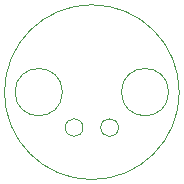
<source format=gm1>
G04*
G04 #@! TF.GenerationSoftware,Altium Limited,Altium Designer,21.8.1 (53)*
G04*
G04 Layer_Color=16711935*
%FSLAX43Y43*%
%MOMM*%
G71*
G04*
G04 #@! TF.SameCoordinates,1D73D155-7DD3-43B3-A4AD-18309685674C*
G04*
G04*
G04 #@! TF.FilePolarity,Positive*
G04*
G01*
G75*
%ADD33C,0.013*%
D33*
X6500Y0D02*
G03*
X6500Y0I-2000J0D01*
G01*
X7400D02*
G03*
X7400Y0I-7400J0D01*
G01*
X2250Y-3000D02*
G03*
X2250Y-3000I-750J0D01*
G01*
X-2500Y0D02*
G03*
X-2500Y0I-2000J0D01*
G01*
X-750Y-3000D02*
G03*
X-750Y-3000I-750J0D01*
G01*
M02*

</source>
